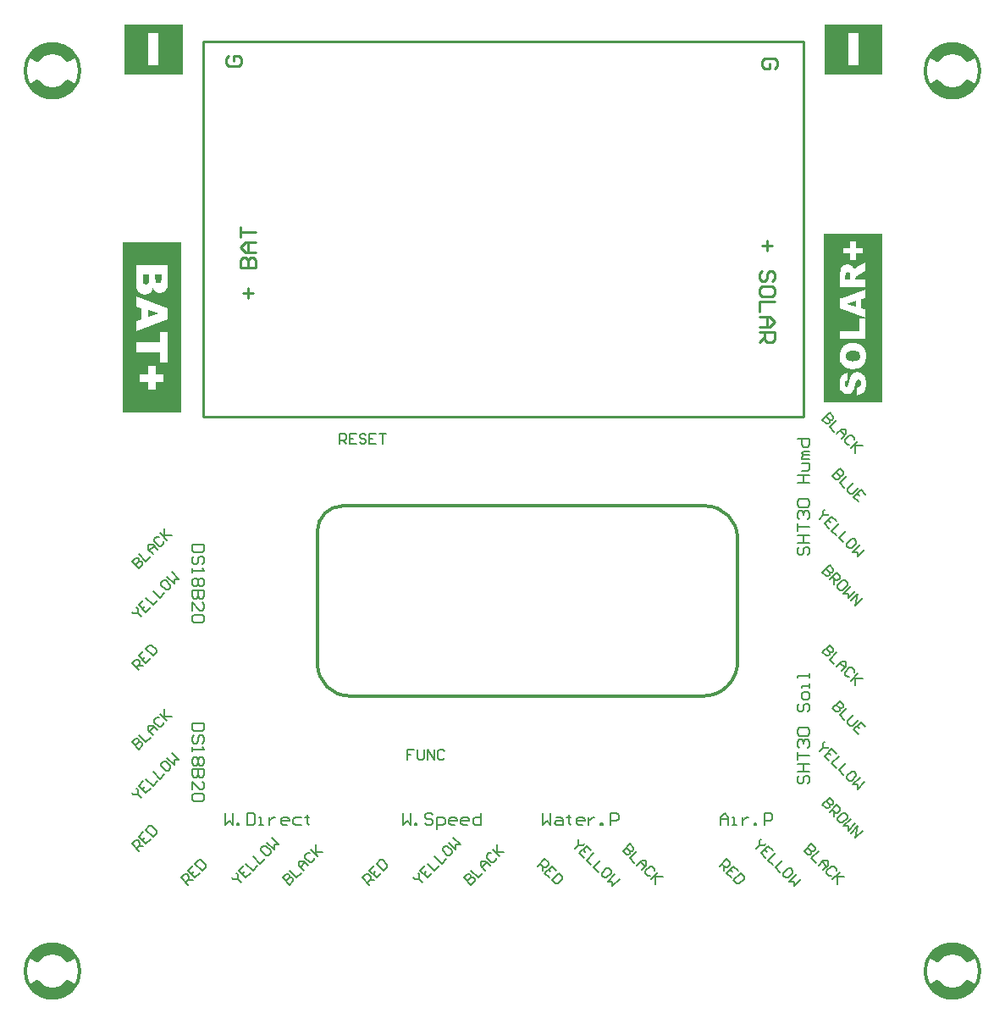
<source format=gto>
G04*
G04 #@! TF.GenerationSoftware,Altium Limited,Altium Designer,19.0.13 (425)*
G04*
G04 Layer_Color=65535*
%FSTAX24Y24*%
%MOIN*%
G70*
G01*
G75*
%ADD10C,0.0118*%
%ADD11C,0.0100*%
%ADD12C,0.0079*%
G36*
X027643Y040512D02*
X025354D01*
Y04248D01*
X027643D01*
Y040512D01*
D02*
G37*
G36*
X027595Y027202D02*
X02528D01*
Y033895D01*
X027595D01*
Y027202D01*
D02*
G37*
G36*
X055194Y027597D02*
X052879D01*
Y034228D01*
X055194D01*
Y027597D01*
D02*
G37*
G36*
X055202Y040512D02*
X052913D01*
Y04248D01*
X055202D01*
Y040512D01*
D02*
G37*
%LPC*%
G36*
X026694Y042125D02*
X026303D01*
Y040867D01*
X026694D01*
Y042125D01*
D02*
G37*
G36*
X027067Y033011D02*
X025809D01*
Y03232D01*
X025811Y032295D01*
X025813Y032267D01*
X025818Y032237D01*
X02582Y03221D01*
X025822Y032187D01*
Y032178D01*
X025825Y032171D01*
Y032166D01*
X025832Y032132D01*
X025836Y032102D01*
X025843Y032077D01*
X02585Y032056D01*
X025857Y03204D01*
X025861Y032028D01*
X025866Y032022D01*
Y032019D01*
X025884Y031992D01*
X025905Y031966D01*
X025926Y031943D01*
X025946Y031925D01*
X025963Y031911D01*
X025976Y031902D01*
X025988Y031895D01*
X02599Y031893D01*
X02602Y031877D01*
X02605Y031865D01*
X02608Y031859D01*
X026107Y031852D01*
X02613Y031849D01*
X026149Y031847D01*
X025809D01*
D01*
X027067D01*
Y033011D01*
D02*
G37*
G36*
X025809Y031769D02*
D01*
Y030398D01*
X027067D01*
Y031298D01*
X025809Y031769D01*
D02*
G37*
G36*
X027067Y030364D02*
X026757D01*
Y029967D01*
X025809D01*
Y029579D01*
X026757D01*
Y029181D01*
X025809D01*
D01*
X027067D01*
Y030364D01*
D02*
G37*
G36*
X026906Y029023D02*
D01*
Y028695D01*
X026576D01*
Y029023D01*
X026298D01*
Y028695D01*
X025969D01*
Y028417D01*
X026298D01*
Y028086D01*
X025969D01*
D01*
X026906D01*
Y029023D01*
D02*
G37*
%LPD*%
G36*
X026812Y032446D02*
X02681Y032416D01*
X026807Y032389D01*
X026803Y032368D01*
X026796Y032352D01*
X026789Y032338D01*
X026784Y032329D01*
X026782Y032325D01*
X02678Y032322D01*
X026768Y032311D01*
X026755Y032302D01*
X026741Y032295D01*
X026727Y03229D01*
X026713Y032288D01*
X026704Y032286D01*
X026697D01*
X026695D01*
X026674Y032288D01*
X026656Y03229D01*
X02664Y032297D01*
X026626Y032304D01*
X026617Y032311D01*
X02661Y032315D01*
X026605Y03232D01*
X026603Y032322D01*
X026594Y032338D01*
X026587Y032357D01*
X026578Y032398D01*
X026576Y032419D01*
X026573Y032435D01*
Y032619D01*
X026812D01*
Y032446D01*
D02*
G37*
G36*
X026334Y032423D02*
X026332Y032387D01*
X02633Y032357D01*
X026323Y032332D01*
X026318Y032313D01*
X026312Y032297D01*
X026305Y032286D01*
X026302Y032281D01*
X0263Y032279D01*
X026286Y032265D01*
X026272Y032256D01*
X026256Y032247D01*
X026243Y032242D01*
X026229Y03224D01*
X02622Y032237D01*
X026213D01*
X02621D01*
X02619Y03224D01*
X026171Y032244D01*
X026153Y032251D01*
X026139Y032258D01*
X026128Y032265D01*
X026121Y032272D01*
X026116Y032276D01*
X026114Y032279D01*
X026103Y032297D01*
X026093Y032318D01*
X026089Y032341D01*
X026084Y032366D01*
X026082Y032387D01*
X02608Y032405D01*
Y032619D01*
X026334D01*
Y032423D01*
D02*
G37*
G36*
X027067Y031847D02*
X026165D01*
X026208Y031849D01*
X026247Y031856D01*
X026282Y031868D01*
X026309Y031879D01*
X026332Y031891D01*
X026351Y031902D01*
X02636Y031909D01*
X026364Y031911D01*
X026392Y031939D01*
X026415Y031969D01*
X026435Y032003D01*
X026452Y032035D01*
X026463Y032065D01*
X02647Y032088D01*
X026475Y032097D01*
Y032104D01*
X026477Y032109D01*
Y032111D01*
X026491Y032079D01*
X026504Y032051D01*
X026518Y032028D01*
X026532Y03201D01*
X026543Y031994D01*
X026553Y031985D01*
X026559Y031978D01*
X026562Y031976D01*
X026594Y031953D01*
X026626Y031934D01*
X026658Y031923D01*
X026688Y031914D01*
X026713Y031909D01*
X026734Y031904D01*
X026748D01*
X02675D01*
X026752D01*
X026778D01*
X026801Y031909D01*
X026844Y031921D01*
X026881Y031937D01*
X026913Y031953D01*
X026941Y031971D01*
X026959Y031987D01*
X02697Y031999D01*
X026975Y032001D01*
Y032003D01*
X027005Y032044D01*
X027028Y032088D01*
X027044Y032134D01*
X027055Y03218D01*
X027062Y032221D01*
X027065Y032237D01*
Y032253D01*
X027067Y032265D01*
Y031847D01*
D02*
G37*
G36*
X026739Y031089D02*
X026289Y030952D01*
Y031227D01*
X026739Y031089D01*
D02*
G37*
G36*
X026015Y03131D02*
Y030869D01*
X025809Y030807D01*
Y031372D01*
X026015Y03131D01*
D02*
G37*
G36*
X027067Y030398D02*
X025809D01*
X027067Y030871D01*
Y030398D01*
D02*
G37*
G36*
X026906Y028086D02*
X026576D01*
Y028417D01*
X026906D01*
Y028086D01*
D02*
G37*
%LPC*%
G36*
X054409Y03394D02*
X053665D01*
Y033197D01*
Y033458D01*
X053928D01*
Y033197D01*
X053665D01*
X054409D01*
X054148D01*
Y033458D01*
X054409D01*
Y033678D01*
X054148D01*
Y03394D01*
X054409D01*
D02*
G37*
G36*
X054536Y033113D02*
X054248Y032962D01*
X054239Y032956D01*
X05423Y032951D01*
X054208Y032936D01*
X054201Y032929D01*
X054194Y032924D01*
X054188Y03292D01*
X054186Y032918D01*
X054172Y032907D01*
X054161Y032896D01*
X054152Y032889D01*
X054144Y032882D01*
X054139Y032876D01*
X054135Y032873D01*
X054134Y032869D01*
X054126Y032858D01*
X054121Y032845D01*
X054108Y03282D01*
X054104Y032807D01*
X054101Y032798D01*
X054097Y032791D01*
Y032789D01*
X05409Y032813D01*
X054084Y032834D01*
X054077Y032853D01*
X054072Y032869D01*
X054066Y03288D01*
X054061Y032889D01*
X054059Y032895D01*
X054057Y032896D01*
X054042Y032918D01*
X054026Y032938D01*
X05401Y032955D01*
X053995Y032969D01*
X05398Y03298D01*
X05397Y032989D01*
X053962Y032993D01*
X05396Y032995D01*
X053937Y033008D01*
X053911Y033017D01*
X053888Y033022D01*
X053866Y033028D01*
X053846Y033029D01*
X053831Y033031D01*
X05382D01*
X053816D01*
X053782Y033029D01*
X053751Y033024D01*
X053724Y033017D01*
X0537Y033008D01*
X05368Y032998D01*
X053665Y032991D01*
X053658Y032986D01*
X053654Y032984D01*
X053631Y032966D01*
X053612Y032946D01*
X053596Y032926D01*
X053583Y032905D01*
X053574Y032889D01*
X053569Y032875D01*
X053565Y032865D01*
X053563Y032862D01*
X053554Y032831D01*
X053549Y032796D01*
X053543Y03276D01*
X053541Y032725D01*
X05354Y032692D01*
X053538Y03268D01*
Y032703D01*
Y032129D01*
X054536D01*
Y033113D01*
D02*
G37*
G36*
Y032027D02*
X053538Y031652D01*
Y032027D01*
Y031652D01*
Y031313D01*
X054536Y03094D01*
Y032027D01*
D02*
G37*
G36*
Y030899D02*
X053538D01*
Y030109D01*
X054536D01*
Y030899D01*
D02*
G37*
G36*
X054553Y029943D02*
X053521D01*
Y028908D01*
Y029424D01*
X053523Y02938D01*
X053527Y029338D01*
X053534Y029298D01*
X053543Y029261D01*
X053552Y029227D01*
X053565Y029196D01*
X053576Y029167D01*
X053589Y029141D01*
X053601Y029119D01*
X053614Y029099D01*
X053627Y029083D01*
X053636Y029068D01*
X053645Y029057D01*
X053652Y02905D01*
X053656Y029045D01*
X053658Y029043D01*
X053685Y029019D01*
X053713Y028999D01*
X053744Y028981D01*
X053775Y028964D01*
X053807Y028952D01*
X053838Y028941D01*
X053869Y028932D01*
X0539Y028924D01*
X053928Y028919D01*
X053955Y028915D01*
X053979Y028912D01*
X053999Y02891D01*
X054015D01*
X054028Y028908D01*
X054039D01*
X054101Y028912D01*
X054157Y028919D01*
X054185Y028924D01*
X054208Y02893D01*
X05423Y028935D01*
X05425Y028943D01*
X054268Y028948D01*
X054285Y028954D01*
X054297Y028959D01*
X054308Y028964D01*
X054318Y02897D01*
X054325Y028972D01*
X054328Y028975D01*
X05433D01*
X05437Y029003D01*
X054405Y029034D01*
X054436Y029063D01*
X054458Y029092D01*
X054476Y029118D01*
X054489Y029138D01*
X054494Y029145D01*
X054498Y02915D01*
X0545Y029154D01*
Y029156D01*
X054518Y0292D01*
X054531Y029247D01*
X05454Y029292D01*
X054545Y029336D01*
X054549Y029358D01*
Y029376D01*
X054551Y029393D01*
X054553Y029407D01*
Y029435D01*
X054551Y029495D01*
X054543Y029549D01*
X054533Y029597D01*
X054527Y029617D01*
X054522Y029637D01*
X054516Y029655D01*
X054511Y02967D01*
X054505Y029682D01*
X0545Y029693D01*
X054496Y029702D01*
X054492Y029708D01*
X054491Y029712D01*
Y029713D01*
X054465Y029753D01*
X054438Y029786D01*
X054409Y029815D01*
X054381Y029839D01*
X054356Y029859D01*
X054336Y029872D01*
X054328Y029877D01*
X054323Y029881D01*
X054319Y029883D01*
X054318D01*
X054272Y029903D01*
X054225Y029917D01*
X054177Y029928D01*
X054132Y029936D01*
X05411Y029937D01*
X054092Y029939D01*
X054073Y029941D01*
X054059Y029943D01*
X054553D01*
D02*
G37*
G36*
X054185Y028791D02*
X053521D01*
D01*
X054185D01*
D02*
G37*
G36*
X054228D02*
X054212D01*
X054183Y02879D01*
X054154Y028786D01*
X05413Y028779D01*
X054108Y028771D01*
X05409Y028764D01*
X054075Y028757D01*
X054068Y028753D01*
X054064Y028751D01*
X054041Y028735D01*
X054019Y028715D01*
X054Y028693D01*
X053984Y028673D01*
X053971Y028653D01*
X053962Y028638D01*
X053957Y028627D01*
X053955Y028626D01*
Y028624D01*
X053946Y028606D01*
X053939Y028586D01*
X053922Y028542D01*
X053906Y028493D01*
X053893Y028445D01*
X053888Y028423D01*
X053882Y028401D01*
X053877Y028381D01*
X053873Y028365D01*
X053869Y028352D01*
X053867Y028341D01*
X053866Y028334D01*
Y028332D01*
X05386Y028305D01*
X053853Y028283D01*
X053847Y028265D01*
X053842Y028252D01*
X053837Y028241D01*
X053833Y028236D01*
X053829Y028232D01*
Y02823D01*
X053822Y028223D01*
X053815Y028217D01*
X0538Y028212D01*
X053789Y028208D01*
X053787D01*
X053785D01*
X053775Y02821D01*
X053764Y028212D01*
X053745Y028221D01*
X053734Y02823D01*
X053733Y028232D01*
X053731Y028234D01*
X053724Y028245D01*
X053716Y028258D01*
X053711Y028285D01*
X053709Y028298D01*
X053707Y028307D01*
Y028316D01*
X053709Y02834D01*
X053713Y02836D01*
X053716Y028378D01*
X053722Y028392D01*
X053729Y028403D01*
X053733Y028411D01*
X053736Y028416D01*
X053738Y028418D01*
X053751Y028431D01*
X053767Y028442D01*
X053784Y028449D01*
X053798Y028456D01*
X053813Y028462D01*
X053826Y028465D01*
X053833Y028467D01*
X053837D01*
X05382Y028759D01*
X053793Y028753D01*
X053765Y028748D01*
X053742Y02874D01*
X05372Y028731D01*
X0537Y028722D01*
X05368Y028711D01*
X053663Y028702D01*
X053649Y028691D01*
X053625Y028671D01*
X053607Y028655D01*
X053598Y028642D01*
X053594Y02864D01*
Y028638D01*
X053581Y028618D01*
X05357Y028596D01*
X053552Y028551D01*
X05354Y028502D01*
X05353Y028454D01*
X053527Y028432D01*
X053525Y028412D01*
X053523Y028394D01*
Y028378D01*
X053521Y028365D01*
Y027884D01*
D01*
Y028347D01*
X053523Y028292D01*
X053527Y028243D01*
X053534Y028201D01*
X053538Y028181D01*
X053541Y028165D01*
X053545Y02815D01*
X053549Y028137D01*
X053552Y028126D01*
X053556Y028117D01*
X053558Y02811D01*
X05356Y028105D01*
X053561Y028103D01*
Y028101D01*
X053578Y02807D01*
X053594Y028043D01*
X053612Y028019D01*
X053629Y028001D01*
X053645Y027986D01*
X053658Y027975D01*
X053665Y027968D01*
X053669Y027966D01*
X053694Y027951D01*
X05372Y027941D01*
X053745Y027933D01*
X053767Y027928D01*
X053785Y027924D01*
X053802Y027922D01*
X053811D01*
X053813D01*
X053815D01*
X053837Y027924D01*
X053857Y027926D01*
X053893Y027935D01*
X053926Y02795D01*
X053953Y027966D01*
X053977Y027981D01*
X053993Y027995D01*
X054002Y028004D01*
X054004Y028008D01*
X054006D01*
X054021Y028026D01*
X054033Y028046D01*
X054057Y02809D01*
X054077Y028137D01*
X054095Y028186D01*
X054103Y028208D01*
X054108Y028228D01*
X054113Y028248D01*
X054119Y028265D01*
X054121Y028278D01*
X054124Y028289D01*
X054126Y028296D01*
Y028298D01*
X054132Y028319D01*
X054137Y02834D01*
X054141Y028358D01*
X054146Y028374D01*
X054157Y028401D01*
X054166Y028423D01*
X054174Y028438D01*
X054179Y028449D01*
X054183Y028454D01*
X054185Y028456D01*
X054195Y028467D01*
X054208Y028476D01*
X054219Y028482D01*
X05423Y028487D01*
X054239Y028489D01*
X054246Y028491D01*
X054252D01*
X054254D01*
X054268Y028489D01*
X054283Y028485D01*
X054296Y02848D01*
X054307Y028473D01*
X054314Y028465D01*
X054321Y02846D01*
X054325Y028456D01*
X054327Y028454D01*
X054336Y02844D01*
X054343Y028423D01*
X054348Y028407D01*
X054352Y028391D01*
X054354Y028374D01*
X054356Y028363D01*
Y028352D01*
X054354Y028321D01*
X054347Y028294D01*
X054338Y02827D01*
X054325Y02825D01*
X054314Y028236D01*
X054305Y028225D01*
X054297Y028217D01*
X054296Y028216D01*
X054281Y028207D01*
X054263Y028197D01*
X054226Y028186D01*
X054212Y028181D01*
X054199Y028179D01*
X05419Y028177D01*
X054186D01*
X054206Y027884D01*
D01*
X054234Y027888D01*
X054261Y027893D01*
X054308Y027906D01*
X054352Y027924D01*
X054389Y027944D01*
X054403Y027953D01*
X054418Y027962D01*
X054429Y027971D01*
X054438Y027979D01*
X054445Y027984D01*
X054451Y02799D01*
X054454Y027992D01*
X054456Y027993D01*
X054472Y028013D01*
X054487Y028037D01*
X054502Y028063D01*
X054512Y02809D01*
X054529Y028148D01*
X05454Y028207D01*
X054545Y028236D01*
X054547Y028261D01*
X054549Y028285D01*
X054551Y028305D01*
X054553Y028323D01*
Y028347D01*
X054551Y0284D01*
X054547Y028445D01*
X05454Y028487D01*
X054533Y028522D01*
X054529Y028536D01*
X054525Y028549D01*
X054522Y028562D01*
X054518Y028571D01*
X054516Y028578D01*
X054514Y028584D01*
X054512Y028586D01*
Y028587D01*
X054494Y028622D01*
X054476Y028651D01*
X054456Y028677D01*
X054436Y028698D01*
X054418Y028715D01*
X054403Y028728D01*
X054394Y028735D01*
X05439Y028737D01*
X054359Y028755D01*
X054328Y028768D01*
X054297Y028779D01*
X05427Y028784D01*
X054246Y028788D01*
X054228Y028791D01*
D02*
G37*
%LPD*%
G36*
X053928Y033678D02*
X053665D01*
Y03394D01*
X053928D01*
Y033678D01*
D02*
G37*
G36*
X054536Y032439D02*
X054132D01*
Y032465D01*
X054134Y032481D01*
X054135Y032496D01*
X054139Y032508D01*
X054143Y032519D01*
X054148Y032528D01*
X054152Y032536D01*
X054154Y032539D01*
X054155Y032541D01*
X054164Y03255D01*
X054175Y032561D01*
X054201Y032579D01*
X054212Y032587D01*
X054223Y032592D01*
X05423Y032596D01*
X054232Y032598D01*
X054536Y032763D01*
Y032439D01*
D02*
G37*
G36*
X053864Y032718D02*
X053882Y032712D01*
X053889Y032709D01*
X053893Y032705D01*
X053897Y032703D01*
X053898Y032701D01*
X053908Y032694D01*
X053915Y032685D01*
X053924Y032669D01*
X053926Y032661D01*
X053928Y032656D01*
X053929Y032652D01*
Y03265D01*
X053933Y03263D01*
X053937Y032612D01*
X053939Y032598D01*
X05394Y032587D01*
X053942Y032579D01*
Y032439D01*
X05374D01*
Y032574D01*
X053742Y032603D01*
X053744Y032629D01*
X053749Y032649D01*
X053753Y032665D01*
X053758Y032676D01*
X053764Y032685D01*
X053765Y032689D01*
X053767Y03269D01*
X053778Y032701D01*
X053789Y032709D01*
X053802Y032714D01*
X053813Y032718D01*
X053824Y03272D01*
X053833Y032721D01*
X053838D01*
X05384D01*
X053853D01*
X053864Y032718D01*
D02*
G37*
G36*
X054155Y03137D02*
X053798Y031479D01*
X054155Y031588D01*
Y03137D01*
D02*
G37*
G36*
X054536Y031255D02*
X054372Y031304D01*
Y031654D01*
X054536Y031703D01*
Y031255D01*
D02*
G37*
G36*
X05429Y030417D02*
X053538D01*
Y030899D01*
X05429D01*
Y030417D01*
D02*
G37*
G36*
X053986Y029941D02*
X053944Y029937D01*
X053906Y02993D01*
X053869Y029921D01*
X053837Y029912D01*
X053806Y029899D01*
X053778Y029888D01*
X053753Y029875D01*
X053731Y029863D01*
X053711Y02985D01*
X053694Y029837D01*
X05368Y029828D01*
X053671Y029819D01*
X053662Y029812D01*
X053658Y029808D01*
X053656Y029806D01*
X053632Y029779D01*
X053612Y029752D01*
X053594Y029721D01*
X053578Y02969D01*
X053565Y029659D01*
X053554Y029626D01*
X053545Y029595D01*
X053538Y029564D01*
X053532Y029537D01*
X053529Y029509D01*
X053525Y029486D01*
X053523Y029464D01*
X053521Y029447D01*
Y029943D01*
X05403D01*
X053986Y029941D01*
D02*
G37*
G36*
X054084Y029633D02*
X05411Y02963D01*
X054134Y029626D01*
X054154Y029622D01*
X054174Y029617D01*
X05419Y029611D01*
X054205Y029608D01*
X054217Y029602D01*
X054228Y029597D01*
X054237Y029591D01*
X054245Y029588D01*
X054254Y02958D01*
X054257Y029578D01*
X054279Y029557D01*
X054294Y029531D01*
X054305Y029506D01*
X054314Y029482D01*
X054318Y02946D01*
X054319Y029442D01*
X054321Y029435D01*
Y029425D01*
X054318Y029391D01*
X05431Y02936D01*
X054301Y029333D01*
X054288Y029311D01*
X054276Y029294D01*
X054267Y029282D01*
X054259Y029272D01*
X054256Y029271D01*
X054243Y029261D01*
X054228Y029252D01*
X054194Y02924D01*
X054157Y029229D01*
X054123Y029223D01*
X05409Y02922D01*
X054075Y029218D01*
X054062D01*
X054053Y029216D01*
X054046D01*
X054041D01*
X054039D01*
X054011D01*
X053986Y029218D01*
X053962Y029221D01*
X05394Y029225D01*
X053922Y029229D01*
X053904Y029234D01*
X053888Y02924D01*
X053873Y029245D01*
X053851Y029254D01*
X053835Y029263D01*
X053826Y029271D01*
X053822Y029272D01*
X0538Y029294D01*
X053784Y02932D01*
X053771Y029345D01*
X053764Y029369D01*
X053758Y029389D01*
X053756Y029407D01*
X053755Y029418D01*
Y029422D01*
X053758Y029456D01*
X053765Y029487D01*
X053775Y029515D01*
X053787Y029537D01*
X0538Y029553D01*
X053809Y029566D01*
X053816Y029575D01*
X05382Y029577D01*
X053847Y029597D01*
X05388Y029611D01*
X053915Y02962D01*
X053948Y029628D01*
X053979Y029631D01*
X053991Y029633D01*
X054002Y029635D01*
X054013D01*
X054021D01*
X054024D01*
X054026D01*
X054057D01*
X054084Y029633D01*
D02*
G37*
%LPC*%
G36*
X054253Y042125D02*
X053862D01*
Y040867D01*
X054253D01*
Y042125D01*
D02*
G37*
%LPD*%
D10*
X049496Y022247D02*
G03*
X04822Y023524I-001277J0D01*
G01*
X048147Y016043D02*
G03*
X049496Y017393I0J00135D01*
G01*
X032957Y017313D02*
G03*
X034227Y016043I00127J0D01*
G01*
X033942Y023524D02*
G03*
X032957Y022539I0J-000984D01*
G01*
X023588Y005217D02*
G03*
X023588Y005217I-001064J0D01*
G01*
X023409Y005806D02*
G03*
X02164Y005806I-000884J-00059D01*
G01*
X023376Y005784D02*
G03*
X021673Y005784I-000852J-000568D01*
G01*
X023343Y005763D02*
G03*
X021705Y005763I-000819J-000546D01*
G01*
X023343D02*
G03*
X021705Y005763I-000819J-000546D01*
G01*
X023311Y005741D02*
G03*
X021738Y005741I-000786J-000524D01*
G01*
X023278Y005719D02*
G03*
X021771Y005719I-000753J-000502D01*
G01*
X023278D02*
G03*
X021771Y005719I-000753J-000502D01*
G01*
X023245Y005697D02*
G03*
X021804Y005697I-000721J-00048D01*
G01*
X023212Y005675D02*
G03*
X021836Y005675I-000688J-000459D01*
G01*
X023128Y005619D02*
G03*
X02192Y005619I-000604J-0004D01*
G01*
X021918Y004813D02*
G03*
X02313Y004813I000606J000404D01*
G01*
X021836Y004758D02*
G03*
X023212Y004758I000688J000459D01*
G01*
X021804Y004736D02*
G03*
X023245Y004736I000721J00048D01*
G01*
X021771Y004714D02*
G03*
X023278Y004714I000753J000502D01*
G01*
X021771D02*
G03*
X023278Y004714I000753J000502D01*
G01*
X021738Y004692D02*
G03*
X023311Y004692I000786J000524D01*
G01*
X021705Y004671D02*
G03*
X023343Y004671I000819J000546D01*
G01*
X021705D02*
G03*
X023343Y004671I000819J000546D01*
G01*
X021673Y004649D02*
G03*
X023376Y004649I000852J000568D01*
G01*
X02164Y004627D02*
G03*
X023409Y004627I000884J00059D01*
G01*
X02318Y005653D02*
G03*
X021869Y005653I-000655J-000437D01*
G01*
X021869Y00478D02*
G03*
X02318Y00478I000655J000437D01*
G01*
X059021Y005217D02*
G03*
X059021Y005217I-001064J0D01*
G01*
X058842Y005806D02*
G03*
X057073Y005806I-000884J-00059D01*
G01*
X058809Y005784D02*
G03*
X057106Y005784I-000852J-000568D01*
G01*
X058776Y005763D02*
G03*
X057139Y005763I-000819J-000546D01*
G01*
X058776D02*
G03*
X057139Y005763I-000819J-000546D01*
G01*
X058744Y005741D02*
G03*
X057171Y005741I-000786J-000524D01*
G01*
X058711Y005719D02*
G03*
X057204Y005719I-000753J-000502D01*
G01*
X058711D02*
G03*
X057204Y005719I-000753J-000502D01*
G01*
X058678Y005697D02*
G03*
X057237Y005697I-000721J-00048D01*
G01*
X058645Y005675D02*
G03*
X05727Y005675I-000688J-000459D01*
G01*
X058561Y005619D02*
G03*
X057354Y005619I-000604J-0004D01*
G01*
X057351Y004813D02*
G03*
X058563Y004813I000606J000404D01*
G01*
X05727Y004758D02*
G03*
X058645Y004758I000688J000459D01*
G01*
X057237Y004736D02*
G03*
X058678Y004736I000721J00048D01*
G01*
X057204Y004714D02*
G03*
X058711Y004714I000753J000502D01*
G01*
X057204D02*
G03*
X058711Y004714I000753J000502D01*
G01*
X057171Y004692D02*
G03*
X058744Y004692I000786J000524D01*
G01*
X057139Y004671D02*
G03*
X058776Y004671I000819J000546D01*
G01*
X057139D02*
G03*
X058776Y004671I000819J000546D01*
G01*
X057106Y004649D02*
G03*
X058809Y004649I000852J000568D01*
G01*
X057073Y004627D02*
G03*
X058842Y004627I000884J00059D01*
G01*
X058613Y005653D02*
G03*
X057302Y005653I-000655J-000437D01*
G01*
X057302Y00478D02*
G03*
X058613Y00478I000655J000437D01*
G01*
X057302Y040213D02*
G03*
X058613Y040213I000655J000437D01*
G01*
X058613Y041086D02*
G03*
X057302Y041086I-000655J-000437D01*
G01*
X057073Y04006D02*
G03*
X058842Y04006I000884J00059D01*
G01*
X057106Y040082D02*
G03*
X058809Y040082I000852J000568D01*
G01*
X057139Y040104D02*
G03*
X058776Y040104I000819J000546D01*
G01*
X057139D02*
G03*
X058776Y040104I000819J000546D01*
G01*
X057171Y040125D02*
G03*
X058744Y040125I000786J000524D01*
G01*
X057204Y040147D02*
G03*
X058711Y040147I000753J000502D01*
G01*
X057204D02*
G03*
X058711Y040147I000753J000502D01*
G01*
X057237Y040169D02*
G03*
X058678Y040169I000721J00048D01*
G01*
X05727Y040191D02*
G03*
X058645Y040191I000688J000459D01*
G01*
X057351Y040246D02*
G03*
X058563Y040246I000606J000404D01*
G01*
X058561Y041052D02*
G03*
X057354Y041052I-000604J-0004D01*
G01*
X058645Y041108D02*
G03*
X05727Y041108I-000688J-000459D01*
G01*
X058678Y04113D02*
G03*
X057237Y04113I-000721J-00048D01*
G01*
X058711Y041152D02*
G03*
X057204Y041152I-000753J-000502D01*
G01*
X058711D02*
G03*
X057204Y041152I-000753J-000502D01*
G01*
X058744Y041174D02*
G03*
X057171Y041174I-000786J-000524D01*
G01*
X058776Y041196D02*
G03*
X057139Y041196I-000819J-000546D01*
G01*
X058776D02*
G03*
X057139Y041196I-000819J-000546D01*
G01*
X058809Y041217D02*
G03*
X057106Y041217I-000852J-000568D01*
G01*
X058842Y041239D02*
G03*
X057073Y041239I-000884J-00059D01*
G01*
X059021Y04065D02*
G03*
X059021Y04065I-001064J0D01*
G01*
X021869Y040213D02*
G03*
X02318Y040213I000655J000437D01*
G01*
X02318Y041086D02*
G03*
X021869Y041086I-000655J-000437D01*
G01*
X02164Y04006D02*
G03*
X023409Y04006I000884J00059D01*
G01*
X021673Y040082D02*
G03*
X023376Y040082I000852J000568D01*
G01*
X021705Y040104D02*
G03*
X023343Y040104I000819J000546D01*
G01*
X021705D02*
G03*
X023343Y040104I000819J000546D01*
G01*
X021738Y040125D02*
G03*
X023311Y040125I000786J000524D01*
G01*
X021771Y040147D02*
G03*
X023278Y040147I000753J000502D01*
G01*
X021771D02*
G03*
X023278Y040147I000753J000502D01*
G01*
X021804Y040169D02*
G03*
X023245Y040169I000721J00048D01*
G01*
X021836Y040191D02*
G03*
X023212Y040191I000688J000459D01*
G01*
X021918Y040246D02*
G03*
X02313Y040246I000606J000404D01*
G01*
X023128Y041052D02*
G03*
X02192Y041052I-000604J-0004D01*
G01*
X023212Y041108D02*
G03*
X021836Y041108I-000688J-000459D01*
G01*
X023245Y04113D02*
G03*
X021804Y04113I-000721J-00048D01*
G01*
X023278Y041152D02*
G03*
X021771Y041152I-000753J-000502D01*
G01*
X023278D02*
G03*
X021771Y041152I-000753J-000502D01*
G01*
X023311Y041174D02*
G03*
X021738Y041174I-000786J-000524D01*
G01*
X023343Y041196D02*
G03*
X021705Y041196I-000819J-000546D01*
G01*
X023343D02*
G03*
X021705Y041196I-000819J-000546D01*
G01*
X023376Y041217D02*
G03*
X021673Y041217I-000852J-000568D01*
G01*
X023409Y041239D02*
G03*
X02164Y041239I-000884J-00059D01*
G01*
X023588Y04065D02*
G03*
X023588Y04065I-001064J0D01*
G01*
X034139Y023524D02*
X04822D01*
X049496Y017393D02*
Y022247D01*
X034227Y016043D02*
X048147D01*
X032957Y017313D02*
Y022539D01*
X033942Y023524D02*
X034139D01*
D11*
X028454Y027041D02*
X052076D01*
X028454D02*
Y041805D01*
X052076D01*
Y027041D02*
Y041805D01*
X030217Y031708D02*
Y032108D01*
X030017Y031908D02*
X030417D01*
X029917Y032907D02*
X030517D01*
Y033207D01*
X030417Y033307D01*
X030317D01*
X030217Y033207D01*
Y032907D01*
Y033207D01*
X030117Y033307D01*
X030017D01*
X029917Y033207D01*
Y032907D01*
X030517Y033507D02*
X030117D01*
X029917Y033707D01*
X030117Y033907D01*
X030517D01*
X030217D01*
Y033507D01*
X029917Y034107D02*
Y034507D01*
Y034307D01*
X030517D01*
X050657Y033958D02*
Y033558D01*
X050857Y033758D02*
X050457D01*
X050857Y032358D02*
X050957Y032458D01*
Y032658D01*
X050857Y032758D01*
X050757D01*
X050657Y032658D01*
Y032458D01*
X050557Y032358D01*
X050457D01*
X050357Y032458D01*
Y032658D01*
X050457Y032758D01*
X050957Y031858D02*
Y032058D01*
X050857Y032158D01*
X050457D01*
X050357Y032058D01*
Y031858D01*
X050457Y031758D01*
X050857D01*
X050957Y031858D01*
Y031559D02*
X050357D01*
Y031159D01*
Y030959D02*
X050757D01*
X050957Y030759D01*
X050757Y030559D01*
X050357D01*
X050657D01*
Y030959D01*
X050357Y030359D02*
X050957D01*
Y030059D01*
X050857Y029959D01*
X050657D01*
X050557Y030059D01*
Y030359D01*
Y030159D02*
X050357Y029959D01*
X029457Y041248D02*
X029357Y041148D01*
Y040948D01*
X029457Y040848D01*
X029857D01*
X029957Y040948D01*
Y041148D01*
X029857Y041248D01*
X029657D01*
Y041048D01*
X050947Y040748D02*
X051047Y040848D01*
Y041048D01*
X050947Y041148D01*
X050547D01*
X050447Y041048D01*
Y040848D01*
X050547Y040748D01*
X050747D01*
Y040948D01*
D12*
X04878Y00935D02*
X049058Y009629D01*
X049197Y00949D01*
Y009397D01*
X049104Y009304D01*
X049011D01*
X048872Y009443D01*
X048965Y00935D02*
Y009165D01*
X049522D02*
X049336Y00935D01*
X049058Y009072D01*
X049243Y008887D01*
X049197Y009211D02*
X04929Y009118D01*
X049614Y009072D02*
X049336Y008794D01*
X049475Y008655D01*
X049568Y008655D01*
X049754Y00884D01*
X049754Y008933D01*
X049614Y009072D01*
X05042Y010416D02*
X050374Y01037D01*
Y010184D01*
X05056D01*
X050606Y010231D01*
X050374Y010184D02*
X050235Y010045D01*
X050884Y009952D02*
X050699Y010138D01*
X05042Y009859D01*
X050606Y009674D01*
X05056Y009999D02*
X050652Y009906D01*
X050977Y009859D02*
X050699Y009581D01*
X050884Y009396D01*
X051255Y009581D02*
X050977Y009303D01*
X051163Y009117D01*
X051673Y009164D02*
X05158Y009257D01*
X051487D01*
X051302Y009071D01*
Y008978D01*
X051394Y008885D01*
X051487Y008885D01*
X051673Y009071D01*
X051673Y009164D01*
X051812Y009025D02*
X051534Y008746D01*
X051719D01*
Y008561D01*
X051997Y008839D01*
X052404Y010219D02*
X052126Y009941D01*
X052265Y009802D01*
X052358D01*
X052404Y009848D01*
X052404Y009941D01*
X052265Y01008D01*
X052404Y009941D01*
X052497D01*
X052543Y009987D01*
Y01008D01*
X052404Y010219D01*
X052683Y009941D02*
X052404Y009663D01*
X05259Y009477D01*
X052683Y009384D02*
X052868Y00957D01*
X053054Y00957D01*
X053054Y009384D01*
X052868Y009199D01*
X053007Y009338D01*
X052822Y009524D01*
X053378Y009152D02*
X053378Y009245D01*
X053286Y009338D01*
X053193D01*
X053007Y009152D01*
Y00906D01*
X0531Y008967D01*
X053193Y008967D01*
X053517Y009106D02*
X053239Y008828D01*
X053332Y008921D01*
X053703D01*
X053425D01*
X053425Y008642D01*
X045255Y010219D02*
X044976Y009941D01*
X045115Y009802D01*
X045208D01*
X045255Y009848D01*
X045255Y009941D01*
X045115Y01008D01*
X045255Y009941D01*
X045347D01*
X045394Y009987D01*
Y01008D01*
X045255Y010219D01*
X045533Y009941D02*
X045255Y009663D01*
X04544Y009477D01*
X045533Y009384D02*
X045718Y00957D01*
X045904Y00957D01*
X045904Y009384D01*
X045718Y009199D01*
X045858Y009338D01*
X045672Y009524D01*
X046229Y009152D02*
X046229Y009245D01*
X046136Y009338D01*
X046043D01*
X045858Y009152D01*
Y00906D01*
X04595Y008967D01*
X046043Y008967D01*
X046368Y009106D02*
X04609Y008828D01*
X046182Y008921D01*
X046553D01*
X046275D01*
X046275Y008642D01*
X043271Y010416D02*
X043224Y01037D01*
Y010184D01*
X04341D01*
X043456Y010231D01*
X043224Y010184D02*
X043085Y010045D01*
X043735Y009952D02*
X043549Y010138D01*
X043271Y009859D01*
X043456Y009674D01*
X04341Y009999D02*
X043503Y009906D01*
X043827Y009859D02*
X043549Y009581D01*
X043735Y009396D01*
X044106Y009581D02*
X043827Y009303D01*
X044013Y009117D01*
X044523Y009164D02*
X04443Y009257D01*
X044338D01*
X044152Y009071D01*
Y008978D01*
X044245Y008885D01*
X044338Y008885D01*
X044523Y009071D01*
X044523Y009164D01*
X044662Y009025D02*
X044384Y008746D01*
X04457D01*
Y008561D01*
X044848Y008839D01*
X04163Y00935D02*
X041908Y009629D01*
X042047Y00949D01*
Y009397D01*
X041955Y009304D01*
X041862D01*
X041723Y009443D01*
X041815Y00935D02*
Y009165D01*
X042372D02*
X042186Y00935D01*
X041908Y009072D01*
X042094Y008887D01*
X042047Y009211D02*
X04214Y009118D01*
X042465Y009072D02*
X042186Y008794D01*
X042326Y008655D01*
X042418Y008655D01*
X042604Y00884D01*
X042604Y008933D01*
X042465Y009072D01*
X051931Y021903D02*
X051852Y021825D01*
Y021667D01*
X051931Y021589D01*
X05201D01*
X052088Y021667D01*
Y021825D01*
X052167Y021903D01*
X052246D01*
X052324Y021825D01*
Y021667D01*
X052246Y021589D01*
X051852Y022061D02*
X052324D01*
X052088D01*
Y022376D01*
X051852D01*
X052324D01*
X051852Y022533D02*
Y022848D01*
Y022691D01*
X052324D01*
X051931Y023005D02*
X051852Y023084D01*
Y023242D01*
X051931Y02332D01*
X05201D01*
X052088Y023242D01*
Y023163D01*
Y023242D01*
X052167Y02332D01*
X052246D01*
X052324Y023242D01*
Y023084D01*
X052246Y023005D01*
X051931Y023478D02*
X051852Y023556D01*
Y023714D01*
X051931Y023793D01*
X052246D01*
X052324Y023714D01*
Y023556D01*
X052246Y023478D01*
X051931D01*
X051852Y024422D02*
X052324D01*
X052088D01*
Y024737D01*
X051852D01*
X052324D01*
X05201Y024895D02*
X052246D01*
X052324Y024973D01*
Y025209D01*
X05201D01*
X052324Y025367D02*
X05201D01*
Y025446D01*
X052088Y025524D01*
X052324D01*
X052088D01*
X05201Y025603D01*
X052088Y025682D01*
X052324D01*
X051852Y026154D02*
X052324D01*
Y025918D01*
X052246Y025839D01*
X052088D01*
X05201Y025918D01*
Y026154D01*
X051931Y012903D02*
X051852Y012825D01*
Y012667D01*
X051931Y012589D01*
X05201D01*
X052088Y012667D01*
Y012825D01*
X052167Y012903D01*
X052246D01*
X052324Y012825D01*
Y012667D01*
X052246Y012589D01*
X051852Y013061D02*
X052324D01*
X052088D01*
Y013376D01*
X051852D01*
X052324D01*
X051852Y013533D02*
Y013848D01*
Y013691D01*
X052324D01*
X051931Y014005D02*
X051852Y014084D01*
Y014242D01*
X051931Y01432D01*
X05201D01*
X052088Y014242D01*
Y014163D01*
Y014242D01*
X052167Y01432D01*
X052246D01*
X052324Y014242D01*
Y014084D01*
X052246Y014005D01*
X051931Y014478D02*
X051852Y014556D01*
Y014714D01*
X051931Y014793D01*
X052246D01*
X052324Y014714D01*
Y014556D01*
X052246Y014478D01*
X051931D01*
Y015737D02*
X051852Y015658D01*
Y015501D01*
X051931Y015422D01*
X05201D01*
X052088Y015501D01*
Y015658D01*
X052167Y015737D01*
X052246D01*
X052324Y015658D01*
Y015501D01*
X052246Y015422D01*
X052324Y015973D02*
Y016131D01*
X052246Y016209D01*
X052088D01*
X05201Y016131D01*
Y015973D01*
X052088Y015895D01*
X052246D01*
X052324Y015973D01*
Y016367D02*
Y016524D01*
Y016446D01*
X05201D01*
Y016367D01*
X052324Y01676D02*
Y016918D01*
Y016839D01*
X051852D01*
Y01676D01*
X048824Y010967D02*
Y011281D01*
X048982Y011439D01*
X049139Y011281D01*
Y010967D01*
Y011203D01*
X048824D01*
X049297Y010967D02*
X049454D01*
X049375D01*
Y011281D01*
X049297D01*
X04969D02*
Y010967D01*
Y011124D01*
X049769Y011203D01*
X049848Y011281D01*
X049926D01*
X050163Y010967D02*
Y011045D01*
X050241D01*
Y010967D01*
X050163D01*
X050556D02*
Y011439D01*
X050792D01*
X050871Y01136D01*
Y011203D01*
X050792Y011124D01*
X050556D01*
X041824Y011439D02*
Y010967D01*
X041982Y011124D01*
X042139Y010967D01*
Y011439D01*
X042375Y011281D02*
X042533D01*
X042612Y011203D01*
Y010967D01*
X042375D01*
X042297Y011045D01*
X042375Y011124D01*
X042612D01*
X042848Y01136D02*
Y011281D01*
X042769D01*
X042926D01*
X042848D01*
Y011045D01*
X042926Y010967D01*
X043399D02*
X043241D01*
X043163Y011045D01*
Y011203D01*
X043241Y011281D01*
X043399D01*
X043477Y011203D01*
Y011124D01*
X043163D01*
X043635Y011281D02*
Y010967D01*
Y011124D01*
X043714Y011203D01*
X043792Y011281D01*
X043871D01*
X044107Y010967D02*
Y011045D01*
X044186D01*
Y010967D01*
X044107D01*
X044501D02*
Y011439D01*
X044737D01*
X044816Y01136D01*
Y011203D01*
X044737Y011124D01*
X044501D01*
X036324Y011439D02*
Y010967D01*
X036482Y011124D01*
X036639Y010967D01*
Y011439D01*
X036797Y010967D02*
Y011045D01*
X036875D01*
Y010967D01*
X036797D01*
X037505Y01136D02*
X037426Y011439D01*
X037269D01*
X03719Y01136D01*
Y011281D01*
X037269Y011203D01*
X037426D01*
X037505Y011124D01*
Y011045D01*
X037426Y010967D01*
X037269D01*
X03719Y011045D01*
X037663Y010809D02*
Y011281D01*
X037899D01*
X037977Y011203D01*
Y011045D01*
X037899Y010967D01*
X037663D01*
X038371D02*
X038214D01*
X038135Y011045D01*
Y011203D01*
X038214Y011281D01*
X038371D01*
X03845Y011203D01*
Y011124D01*
X038135D01*
X038843Y010967D02*
X038686D01*
X038607Y011045D01*
Y011203D01*
X038686Y011281D01*
X038843D01*
X038922Y011203D01*
Y011124D01*
X038607D01*
X039394Y011439D02*
Y010967D01*
X039158D01*
X039079Y011045D01*
Y011203D01*
X039158Y011281D01*
X039394D01*
X029324Y011439D02*
Y010967D01*
X029482Y011124D01*
X029639Y010967D01*
Y011439D01*
X029797Y010967D02*
Y011045D01*
X029875D01*
Y010967D01*
X029797D01*
X03019Y011439D02*
Y010967D01*
X030426D01*
X030505Y011045D01*
Y01136D01*
X030426Y011439D01*
X03019D01*
X030663Y010967D02*
X03082D01*
X030741D01*
Y011281D01*
X030663D01*
X031056D02*
Y010967D01*
Y011124D01*
X031135Y011203D01*
X031214Y011281D01*
X031292D01*
X031765Y010967D02*
X031607D01*
X031528Y011045D01*
Y011203D01*
X031607Y011281D01*
X031765D01*
X031843Y011203D01*
Y011124D01*
X031528D01*
X032316Y011281D02*
X032079D01*
X032001Y011203D01*
Y011045D01*
X032079Y010967D01*
X032316D01*
X032552Y01136D02*
Y011281D01*
X032473D01*
X03263D01*
X032552D01*
Y011045D01*
X03263Y010967D01*
X028494Y022005D02*
X028021D01*
Y021769D01*
X0281Y02169D01*
X028415D01*
X028494Y021769D01*
Y022005D01*
X028415Y021218D02*
X028494Y021297D01*
Y021454D01*
X028415Y021533D01*
X028336D01*
X028257Y021454D01*
Y021297D01*
X028179Y021218D01*
X0281D01*
X028021Y021297D01*
Y021454D01*
X0281Y021533D01*
X028021Y021061D02*
Y020903D01*
Y020982D01*
X028494D01*
X028415Y021061D01*
Y020667D02*
X028494Y020588D01*
Y020431D01*
X028415Y020352D01*
X028336D01*
X028257Y020431D01*
X028179Y020352D01*
X0281D01*
X028021Y020431D01*
Y020588D01*
X0281Y020667D01*
X028179D01*
X028257Y020588D01*
X028336Y020667D01*
X028415D01*
X028257Y020588D02*
Y020431D01*
X028494Y020195D02*
X028021D01*
Y019959D01*
X0281Y01988D01*
X028179D01*
X028257Y019959D01*
Y020195D01*
Y019959D01*
X028336Y01988D01*
X028415D01*
X028494Y019959D01*
Y020195D01*
X028021Y019408D02*
Y019723D01*
X028336Y019408D01*
X028415D01*
X028494Y019486D01*
Y019644D01*
X028415Y019723D01*
Y01925D02*
X028494Y019172D01*
Y019014D01*
X028415Y018935D01*
X0281D01*
X028021Y019014D01*
Y019172D01*
X0281Y01925D01*
X028415D01*
X028494Y014967D02*
X028021D01*
Y01473D01*
X0281Y014652D01*
X028415D01*
X028494Y01473D01*
Y014967D01*
X028415Y014179D02*
X028494Y014258D01*
Y014416D01*
X028415Y014494D01*
X028336D01*
X028257Y014416D01*
Y014258D01*
X028179Y014179D01*
X0281D01*
X028021Y014258D01*
Y014416D01*
X0281Y014494D01*
X028021Y014022D02*
Y013865D01*
Y013943D01*
X028494D01*
X028415Y014022D01*
Y013628D02*
X028494Y01355D01*
Y013392D01*
X028415Y013314D01*
X028336D01*
X028257Y013392D01*
X028179Y013314D01*
X0281D01*
X028021Y013392D01*
Y01355D01*
X0281Y013628D01*
X028179D01*
X028257Y01355D01*
X028336Y013628D01*
X028415D01*
X028257Y01355D02*
Y013392D01*
X028494Y013156D02*
X028021D01*
Y01292D01*
X0281Y012841D01*
X028179D01*
X028257Y01292D01*
Y013156D01*
Y01292D01*
X028336Y012841D01*
X028415D01*
X028494Y01292D01*
Y013156D01*
X028021Y012369D02*
Y012684D01*
X028336Y012369D01*
X028415D01*
X028494Y012448D01*
Y012605D01*
X028415Y012684D01*
Y012212D02*
X028494Y012133D01*
Y011975D01*
X028415Y011897D01*
X0281D01*
X028021Y011975D01*
Y012133D01*
X0281Y012212D01*
X028415D01*
X035008Y008613D02*
X03473Y008891D01*
X034869Y00903D01*
X034962D01*
X035055Y008938D01*
Y008845D01*
X034915Y008706D01*
X035008Y008799D02*
X035194D01*
Y009355D02*
X035008Y00917D01*
X035287Y008891D01*
X035472Y009077D01*
X035147Y00903D02*
X03524Y009123D01*
X035287Y009448D02*
X035565Y00917D01*
X035704Y009309D01*
X035704Y009402D01*
X035518Y009587D01*
X035426Y009587D01*
X035287Y009448D01*
X03673Y008891D02*
X036776Y008845D01*
X036962D01*
Y00903D01*
X036915Y009077D01*
X036962Y008845D02*
X037101Y008706D01*
X037194Y009355D02*
X037008Y00917D01*
X037287Y008891D01*
X037472Y009077D01*
X037147Y00903D02*
X03724Y009123D01*
X037287Y009448D02*
X037565Y00917D01*
X03775Y009355D01*
X037565Y009726D02*
X037843Y009448D01*
X038029Y009633D01*
X037982Y010144D02*
X03789Y010051D01*
Y009958D01*
X038075Y009773D01*
X038168D01*
X038261Y009865D01*
X038261Y009958D01*
X038075Y010144D01*
X037982Y010144D01*
X038121Y010283D02*
X0384Y010004D01*
Y01019D01*
X038585D01*
X038307Y010468D01*
X03873Y008891D02*
X039008Y008613D01*
X039147Y008752D01*
Y008845D01*
X039101Y008891D01*
X039008Y008891D01*
X038869Y008752D01*
X039008Y008891D01*
Y008984D01*
X038962Y00903D01*
X038869D01*
X03873Y008891D01*
X039008Y00917D02*
X039287Y008891D01*
X039472Y009077D01*
X039565Y00917D02*
X039379Y009355D01*
X039379Y009541D01*
X039565Y009541D01*
X03975Y009355D01*
X039611Y009494D01*
X039426Y009309D01*
X039797Y009865D02*
X039704Y009865D01*
X039611Y009773D01*
Y00968D01*
X039797Y009494D01*
X03989D01*
X039982Y009587D01*
X039982Y00968D01*
X039843Y010004D02*
X040121Y009726D01*
X040029Y009819D01*
Y01019D01*
Y009912D01*
X040307Y009912D01*
X033824Y025967D02*
Y02636D01*
X034021D01*
X034087Y026295D01*
Y026163D01*
X034021Y026098D01*
X033824D01*
X033956D02*
X034087Y025967D01*
X03448Y02636D02*
X034218D01*
Y025967D01*
X03448D01*
X034218Y026163D02*
X034349D01*
X034874Y026295D02*
X034808Y02636D01*
X034677D01*
X034612Y026295D01*
Y026229D01*
X034677Y026163D01*
X034808D01*
X034874Y026098D01*
Y026032D01*
X034808Y025967D01*
X034677D01*
X034612Y026032D01*
X035268Y02636D02*
X035005D01*
Y025967D01*
X035268D01*
X035005Y026163D02*
X035136D01*
X035399Y02636D02*
X035661D01*
X03553D01*
Y025967D01*
X036763Y013941D02*
X036501D01*
Y013744D01*
X036632D01*
X036501D01*
Y013547D01*
X036894Y013941D02*
Y013613D01*
X03696Y013547D01*
X037091D01*
X037157Y013613D01*
Y013941D01*
X037288Y013547D02*
Y013941D01*
X03755Y013547D01*
Y013941D01*
X037944Y013875D02*
X037878Y013941D01*
X037747D01*
X037682Y013875D01*
Y013613D01*
X037747Y013547D01*
X037878D01*
X037944Y013613D01*
X03158Y008891D02*
X031859Y008613D01*
X031998Y008752D01*
Y008845D01*
X031951Y008891D01*
X031859Y008891D01*
X031719Y008752D01*
X031859Y008891D01*
Y008984D01*
X031812Y00903D01*
X031719D01*
X03158Y008891D01*
X031859Y00917D02*
X032137Y008891D01*
X032322Y009077D01*
X032415Y00917D02*
X03223Y009355D01*
X03223Y009541D01*
X032415Y009541D01*
X032601Y009355D01*
X032462Y009494D01*
X032276Y009309D01*
X032647Y009865D02*
X032554Y009865D01*
X032462Y009773D01*
Y00968D01*
X032647Y009494D01*
X03274D01*
X032833Y009587D01*
X032833Y00968D01*
X032694Y010004D02*
X032972Y009726D01*
X032879Y009819D01*
Y01019D01*
Y009912D01*
X033157Y009912D01*
X02958Y008891D02*
X029627Y008845D01*
X029812D01*
Y00903D01*
X029766Y009077D01*
X029812Y008845D02*
X029951Y008706D01*
X030044Y009355D02*
X029859Y00917D01*
X030137Y008891D01*
X030322Y009077D01*
X029998Y00903D02*
X030091Y009123D01*
X030137Y009448D02*
X030415Y00917D01*
X030601Y009355D01*
X030415Y009726D02*
X030694Y009448D01*
X030879Y009633D01*
X030833Y010144D02*
X03074Y010051D01*
Y009958D01*
X030925Y009773D01*
X031018D01*
X031111Y009865D01*
X031111Y009958D01*
X030925Y010144D01*
X030833Y010144D01*
X030972Y010283D02*
X03125Y010004D01*
Y01019D01*
X031436D01*
X031157Y010468D01*
X027859Y008613D02*
X02758Y008891D01*
X027719Y00903D01*
X027812D01*
X027905Y008938D01*
Y008845D01*
X027766Y008706D01*
X027859Y008799D02*
X028044D01*
Y009355D02*
X027859Y00917D01*
X028137Y008891D01*
X028322Y009077D01*
X027998Y00903D02*
X028091Y009123D01*
X028137Y009448D02*
X028415Y00917D01*
X028554Y009309D01*
X028554Y009402D01*
X028369Y009587D01*
X028276Y009587D01*
X028137Y009448D01*
X053116Y012038D02*
X052838Y01176D01*
X052977Y011621D01*
X05307D01*
X053116Y011667D01*
X053116Y01176D01*
X052977Y011899D01*
X053116Y01176D01*
X053209D01*
X053256Y011806D01*
Y011899D01*
X053116Y012038D01*
Y011481D02*
X053395Y01176D01*
X053534Y011621D01*
X053534Y011528D01*
X053441Y011435D01*
X053348D01*
X053209Y011574D01*
X053302Y011481D02*
Y011296D01*
X053812Y011342D02*
X053719Y011435D01*
X053627D01*
X053441Y011249D01*
Y011157D01*
X053534Y011064D01*
X053627Y011064D01*
X053812Y011249D01*
X053812Y011342D01*
X053951Y011203D02*
X053673Y010925D01*
X053859D01*
Y010739D01*
X054137Y011018D01*
X053951Y010646D02*
X05423Y010925D01*
X054137Y010461D01*
X054415Y010739D01*
X05292Y014235D02*
X052873Y014188D01*
Y014003D01*
X053059D01*
X053105Y014049D01*
X052873Y014003D02*
X052734Y013864D01*
X053383Y013771D02*
X053198Y013957D01*
X05292Y013678D01*
X053105Y013493D01*
X053059Y013817D02*
X053152Y013725D01*
X053476Y013678D02*
X053198Y0134D01*
X053383Y013214D01*
X053755Y0134D02*
X053476Y013122D01*
X053662Y012936D01*
X054172Y012982D02*
X054079Y013075D01*
X053986D01*
X053801Y01289D01*
Y012797D01*
X053894Y012704D01*
X053986Y012704D01*
X054172Y01289D01*
X054172Y012982D01*
X054311Y012843D02*
X054033Y012565D01*
X054218D01*
Y01238D01*
X054497Y012658D01*
X05351Y015841D02*
X053232Y015563D01*
X053371Y015424D01*
X053464D01*
X05351Y01547D01*
X05351Y015563D01*
X053371Y015702D01*
X05351Y015563D01*
X053603D01*
X053649Y015609D01*
Y015702D01*
X05351Y015841D01*
X053788Y015563D02*
X05351Y015285D01*
X053696Y015099D01*
X054067Y015285D02*
X053835Y015053D01*
Y01496D01*
X053928Y014867D01*
X05402Y014867D01*
X054252Y015099D01*
X054531Y014821D02*
X054345Y015006D01*
X054067Y014728D01*
X054252Y014542D01*
X054206Y014867D02*
X054299Y014774D01*
X053116Y018038D02*
X052838Y01776D01*
X052977Y017621D01*
X05307D01*
X053116Y017667D01*
X053116Y01776D01*
X052977Y017899D01*
X053116Y01776D01*
X053209D01*
X053256Y017806D01*
Y017899D01*
X053116Y018038D01*
X053395Y01776D02*
X053116Y017481D01*
X053302Y017296D01*
X053395Y017203D02*
X05358Y017389D01*
X053766Y017389D01*
X053766Y017203D01*
X05358Y017018D01*
X053719Y017157D01*
X053534Y017342D01*
X054091Y016971D02*
X054091Y017064D01*
X053998Y017157D01*
X053905D01*
X053719Y016971D01*
Y016878D01*
X053812Y016786D01*
X053905Y016786D01*
X05423Y016925D02*
X053951Y016646D01*
X054044Y016739D01*
X054415D01*
X054137D01*
X054137Y016461D01*
X053116Y021188D02*
X052838Y020909D01*
X052977Y02077D01*
X05307D01*
X053116Y020817D01*
X053116Y020909D01*
X052977Y021048D01*
X053116Y020909D01*
X053209D01*
X053256Y020956D01*
Y021048D01*
X053116Y021188D01*
Y020631D02*
X053395Y020909D01*
X053534Y02077D01*
X053534Y020677D01*
X053441Y020585D01*
X053348D01*
X053209Y020724D01*
X053302Y020631D02*
Y020445D01*
X053812Y020492D02*
X053719Y020585D01*
X053627D01*
X053441Y020399D01*
Y020306D01*
X053534Y020214D01*
X053627Y020214D01*
X053812Y020399D01*
X053812Y020492D01*
X053951Y020353D02*
X053673Y020074D01*
X053859D01*
Y019889D01*
X054137Y020167D01*
X053951Y019796D02*
X05423Y020074D01*
X054137Y019611D01*
X054415Y019889D01*
X05292Y023384D02*
X052873Y023338D01*
Y023153D01*
X053059D01*
X053105Y023199D01*
X052873Y023153D02*
X052734Y023013D01*
X053383Y022921D02*
X053198Y023106D01*
X05292Y022828D01*
X053105Y022642D01*
X053059Y022967D02*
X053152Y022874D01*
X053476Y022828D02*
X053198Y02255D01*
X053383Y022364D01*
X053755Y02255D02*
X053476Y022271D01*
X053662Y022086D01*
X054172Y022132D02*
X054079Y022225D01*
X053986D01*
X053801Y022039D01*
Y021947D01*
X053894Y021854D01*
X053986Y021854D01*
X054172Y022039D01*
X054172Y022132D01*
X054311Y021993D02*
X054033Y021715D01*
X054218D01*
Y021529D01*
X054497Y021807D01*
X05351Y024991D02*
X053232Y024712D01*
X053371Y024573D01*
X053464D01*
X05351Y02462D01*
X05351Y024712D01*
X053371Y024852D01*
X05351Y024712D01*
X053603D01*
X053649Y024759D01*
Y024852D01*
X05351Y024991D01*
X053788Y024712D02*
X05351Y024434D01*
X053696Y024249D01*
X054067Y024434D02*
X053835Y024202D01*
Y024109D01*
X053928Y024017D01*
X05402Y024017D01*
X054252Y024249D01*
X054531Y02397D02*
X054345Y024156D01*
X054067Y023878D01*
X054252Y023692D01*
X054206Y024017D02*
X054299Y023924D01*
X053116Y027188D02*
X052838Y026909D01*
X052977Y02677D01*
X05307D01*
X053116Y026817D01*
X053116Y026909D01*
X052977Y027048D01*
X053116Y026909D01*
X053209D01*
X053256Y026956D01*
Y027048D01*
X053116Y027188D01*
X053395Y026909D02*
X053116Y026631D01*
X053302Y026445D01*
X053395Y026353D02*
X05358Y026538D01*
X053766Y026538D01*
X053766Y026353D01*
X05358Y026167D01*
X053719Y026306D01*
X053534Y026492D01*
X054091Y026121D02*
X054091Y026214D01*
X053998Y026306D01*
X053905D01*
X053719Y026121D01*
Y026028D01*
X053812Y025935D01*
X053905Y025935D01*
X05423Y026074D02*
X053951Y025796D01*
X054044Y025889D01*
X054415D01*
X054137D01*
X054137Y025611D01*
X025922Y009946D02*
X025644Y010224D01*
X025783Y010364D01*
X025876D01*
X025968Y010271D01*
Y010178D01*
X025829Y010039D01*
X025922Y010132D02*
X026108D01*
Y010688D02*
X025922Y010503D01*
X0262Y010224D01*
X026386Y01041D01*
X026061Y010364D02*
X026154Y010456D01*
X0262Y010781D02*
X026479Y010503D01*
X026618Y010642D01*
X026618Y010735D01*
X026432Y01092D01*
X026339Y01092D01*
X0262Y010781D01*
X025644Y012224D02*
X02569Y012178D01*
X025876D01*
Y012364D01*
X025829Y01241D01*
X025876Y012178D02*
X026015Y012039D01*
X026108Y012688D02*
X025922Y012503D01*
X0262Y012224D01*
X026386Y01241D01*
X026061Y012364D02*
X026154Y012456D01*
X0262Y012781D02*
X026479Y012503D01*
X026664Y012688D01*
X026479Y013059D02*
X026757Y012781D01*
X026942Y012967D01*
X026896Y013477D02*
X026803Y013384D01*
Y013291D01*
X026989Y013106D01*
X027082D01*
X027174Y013198D01*
X027174Y013291D01*
X026989Y013477D01*
X026896Y013477D01*
X027035Y013616D02*
X027314Y013338D01*
Y013523D01*
X027499D01*
X027221Y013801D01*
X025644Y014224D02*
X025922Y013946D01*
X026061Y014085D01*
Y014178D01*
X026015Y014224D01*
X025922Y014224D01*
X025783Y014085D01*
X025922Y014224D01*
Y014317D01*
X025876Y014364D01*
X025783D01*
X025644Y014224D01*
X025922Y014503D02*
X0262Y014224D01*
X026386Y01441D01*
X026479Y014503D02*
X026293Y014688D01*
X026293Y014874D01*
X026479Y014874D01*
X026664Y014688D01*
X026525Y014827D01*
X026339Y014642D01*
X026711Y015198D02*
X026618Y015198D01*
X026525Y015106D01*
Y015013D01*
X026711Y014827D01*
X026803D01*
X026896Y01492D01*
X026896Y015013D01*
X026757Y015338D02*
X027035Y015059D01*
X026942Y015152D01*
Y015523D01*
Y015245D01*
X027221Y015245D01*
X025922Y017064D02*
X025644Y017343D01*
X025783Y017482D01*
X025876D01*
X025968Y017389D01*
Y017296D01*
X025829Y017157D01*
X025922Y01725D02*
X026108D01*
Y017806D02*
X025922Y017621D01*
X0262Y017343D01*
X026386Y017528D01*
X026061Y017482D02*
X026154Y017574D01*
X0262Y017899D02*
X026479Y017621D01*
X026618Y01776D01*
X026618Y017853D01*
X026432Y018038D01*
X026339Y018038D01*
X0262Y017899D01*
X025644Y019343D02*
X02569Y019296D01*
X025876D01*
Y019482D01*
X025829Y019528D01*
X025876Y019296D02*
X026015Y019157D01*
X026108Y019806D02*
X025922Y019621D01*
X0262Y019343D01*
X026386Y019528D01*
X026061Y019482D02*
X026154Y019574D01*
X0262Y019899D02*
X026479Y019621D01*
X026664Y019806D01*
X026479Y020177D02*
X026757Y019899D01*
X026942Y020085D01*
X026896Y020595D02*
X026803Y020502D01*
Y020409D01*
X026989Y020224D01*
X027082D01*
X027174Y020317D01*
X027174Y020409D01*
X026989Y020595D01*
X026896Y020595D01*
X027035Y020734D02*
X027314Y020456D01*
Y020641D01*
X027499D01*
X027221Y02092D01*
X025644Y021343D02*
X025922Y021064D01*
X026061Y021203D01*
Y021296D01*
X026015Y021343D01*
X025922Y021343D01*
X025783Y021203D01*
X025922Y021343D01*
Y021435D01*
X025876Y021482D01*
X025783D01*
X025644Y021343D01*
X025922Y021621D02*
X0262Y021343D01*
X026386Y021528D01*
X026479Y021621D02*
X026293Y021806D01*
X026293Y021992D01*
X026479Y021992D01*
X026664Y021806D01*
X026525Y021946D01*
X026339Y02176D01*
X026711Y022317D02*
X026618Y022317D01*
X026525Y022224D01*
Y022131D01*
X026711Y021946D01*
X026803D01*
X026896Y022038D01*
X026896Y022131D01*
X026757Y022456D02*
X027035Y022177D01*
X026942Y02227D01*
Y022641D01*
Y022363D01*
X027221Y022363D01*
M02*

</source>
